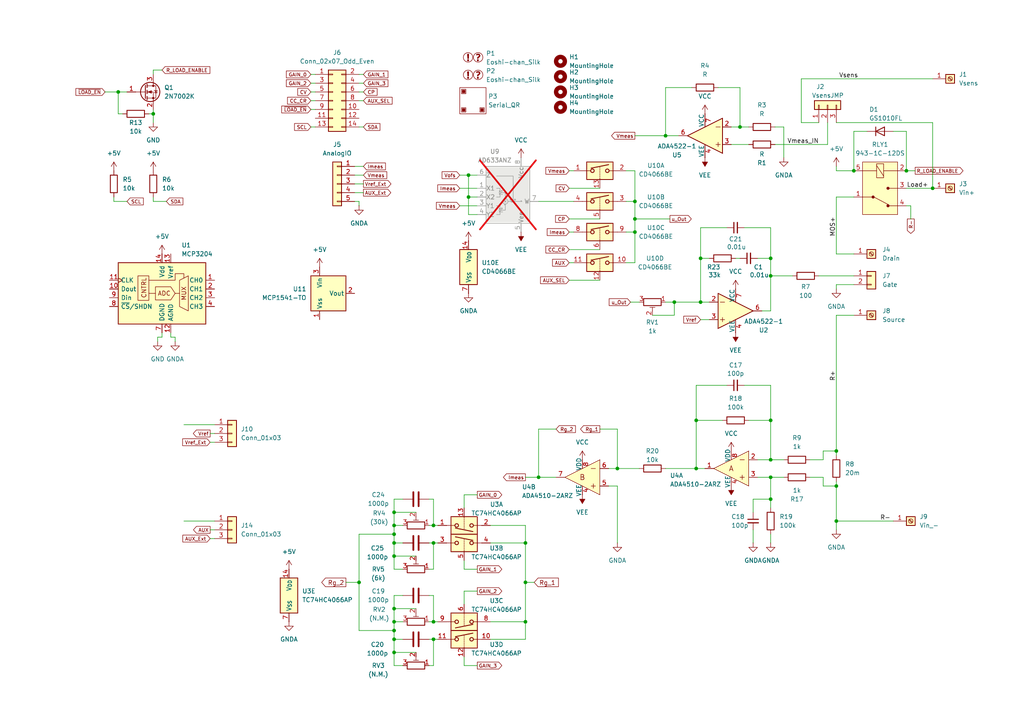
<source format=kicad_sch>
(kicad_sch (version 20250114) (generator "eeschema") (generator_version "9.0")
  (paper "A4")
  (text "OPアンプのパスコン" (at -71.628 109.22 0) (effects (font (size 1.27 1.27)) (justify left bottom)))
  (text "OPアンプのパスコン" (at -43.18 109.22 0) (effects (font (size 1.27 1.27)) (justify right bottom)))
  (text "4066のパスコン" (at -13.97 109.22 0) (effects (font (size 1.27 1.27)) (justify right bottom)))
  (text "OPアンプのパスコン" (at -27.94 109.22 0) (effects (font (size 1.27 1.27)) (justify right bottom)))
  (junction (at 242.57 151.13))
  (junction (at 135.89 57.15))
  (junction (at 242.57 130.81))
  (junction (at 247.65 49.53))
  (junction (at 152.4 180.34))
  (junction (at 203.2 87.63))
  (junction (at 125.73 185.42))
  (junction (at 262.89 49.53))
  (junction (at 223.52 121.92))
  (junction (at 223.52 138.43))
  (junction (at 184.15 58.42))
  (junction (at 44.45 33.02))
  (junction (at 125.73 180.34))
  (junction (at 214.63 36.83))
  (junction (at 114.3 148.59))
  (junction (at 223.52 144.78))
  (junction (at 104.14 168.91))
  (junction (at 179.07 135.89))
  (junction (at 193.04 39.37))
  (junction (at 201.93 135.89))
  (junction (at 152.4 157.48))
  (junction (at 125.73 152.4))
  (junction (at 223.52 133.35))
  (junction (at 223.52 74.93))
  (junction (at 203.2 74.93))
  (junction (at 184.15 63.5))
  (junction (at 114.3 176.53))
  (junction (at 201.93 121.92))
  (junction (at 114.3 185.42))
  (junction (at 125.73 157.48))
  (junction (at 34.29 26.67))
  (junction (at 114.3 152.4))
  (junction (at 184.15 67.31))
  (junction (at 114.3 180.34))
  (junction (at 152.4 168.91))
  (junction (at 195.58 87.63))
  (junction (at 114.3 182.88))
  (junction (at 114.3 189.23))
  (junction (at 270.51 54.61))
  (junction (at 223.52 80.01))
  (junction (at 242.57 140.97))
  (junction (at 156.21 138.43))
  (junction (at 114.3 157.48))
  (junction (at 114.3 161.29))
  (junction (at 135.89 50.8))
  (junction (at 114.3 154.94))
  (wire (pts (xy 262.89 59.69) (xy 264.16 59.69)))
  (wire (pts (xy 165.1 49.53) (xy 166.37 49.53)))
  (wire (pts (xy 114.3 154.94) (xy 104.14 154.94)))
  (wire (pts (xy 238.76 130.81) (xy 242.57 130.81)))
  (wire (pts (xy 242.57 140.97) (xy 242.57 151.13)))
  (wire (pts (xy 223.52 66.04) (xy 215.9 66.04)))
  (wire (pts (xy 210.82 111.76) (xy 201.93 111.76)))
  (wire (pts (xy 184.15 63.5) (xy 184.15 67.31)))
  (wire (pts (xy 127 152.4) (xy 125.73 152.4)))
  (wire (pts (xy -62.23 116.84) (xy -62.23 118.11)))
  (wire (pts (xy 224.79 41.91) (xy 240.03 41.91)))
  (polyline (pts (xy -58.42 109.22) (xy -58.42 132.08)) (stroke (width 0) (type dash)))
  (wire (pts (xy 134.62 193.04) (xy 134.62 190.5)))
  (wire (pts (xy 223.52 133.35) (xy 227.33 133.35)))
  (wire (pts (xy 114.3 144.78) (xy 114.3 148.59)))
  (wire (pts (xy 242.57 73.66) (xy 247.65 73.66)))
  (wire (pts (xy 232.41 22.86) (xy 232.41 35.56)))
  (wire (pts (xy 114.3 189.23) (xy 114.3 193.04)))
  (polyline (pts (xy -80.01 109.22) (xy -58.42 109.22)) (stroke (width 0) (type dash)))
  (wire (pts (xy 264.16 59.69) (xy 264.16 63.5)))
  (wire (pts (xy 242.57 82.55) (xy 242.57 83.82)))
  (wire (pts (xy 220.98 90.17) (xy 223.52 90.17)))
  (wire (pts (xy 223.52 138.43) (xy 227.33 138.43)))
  (wire (pts (xy 104.14 21.59) (xy 105.41 21.59)))
  (wire (pts (xy 223.52 74.93) (xy 223.52 80.01)))
  (wire (pts (xy 242.57 130.81) (xy 242.57 132.08)))
  (wire (pts (xy -34.29 151.13) (xy -34.29 153.67)))
  (wire (pts (xy 114.3 182.88) (xy 114.3 185.42)))
  (wire (pts (xy 125.73 185.42) (xy 125.73 193.04)))
  (wire (pts (xy 49.53 97.79) (xy 50.8 97.79)))
  (wire (pts (xy 161.29 124.46) (xy 156.21 124.46)))
  (wire (pts (xy 60.96 153.67) (xy 62.23 153.67)))
  (wire (pts (xy -48.26 116.84) (xy -48.26 118.11)))
  (wire (pts (xy 152.4 168.91) (xy 152.4 157.48)))
  (wire (pts (xy 152.4 157.48) (xy 152.4 152.4)))
  (polyline (pts (xy -26.67 132.08) (xy -26.67 109.22)) (stroke (width 0) (type dash)))
  (wire (pts (xy 238.76 138.43) (xy 238.76 140.97)))
  (wire (pts (xy 219.71 133.35) (xy 223.52 133.35)))
  (wire (pts (xy 201.93 121.92) (xy 201.93 135.89)))
  (wire (pts (xy 116.84 180.34) (xy 114.3 180.34)))
  (wire (pts (xy 120.65 189.23) (xy 114.3 189.23)))
  (wire (pts (xy 176.53 135.89) (xy 179.07 135.89)))
  (wire (pts (xy 127 157.48) (xy 125.73 157.48)))
  (wire (pts (xy 134.62 143.51) (xy 134.62 147.32)))
  (polyline (pts (xy -26.67 109.22) (xy -13.97 109.22)) (stroke (width 0) (type dash)))
  (wire (pts (xy 179.07 135.89) (xy 185.42 135.89)))
  (wire (pts (xy 53.34 151.13) (xy 62.23 151.13)))
  (wire (pts (xy 116.84 165.1) (xy 114.3 165.1)))
  (wire (pts (xy 53.34 123.19) (xy 62.23 123.19)))
  (wire (pts (xy 114.3 176.53) (xy 114.3 180.34)))
  (wire (pts (xy 189.23 91.44) (xy 195.58 91.44)))
  (wire (pts (xy 176.53 140.97) (xy 179.07 140.97)))
  (wire (pts (xy 90.17 29.21) (xy 91.44 29.21)))
  (wire (pts (xy 125.73 144.78) (xy 125.73 152.4)))
  (wire (pts (xy 242.57 49.53) (xy 247.65 49.53)))
  (wire (pts (xy 223.52 80.01) (xy 223.52 90.17)))
  (wire (pts (xy 60.96 156.21) (xy 62.23 156.21)))
  (wire (pts (xy 152.4 180.34) (xy 152.4 168.91)))
  (wire (pts (xy -44.45 151.13) (xy -44.45 153.67)))
  (wire (pts (xy 49.53 96.52) (xy 49.53 97.79)))
  (wire (pts (xy 133.35 50.8) (xy 135.89 50.8)))
  (wire (pts (xy 46.99 20.32) (xy 44.45 20.32)))
  (wire (pts (xy 212.09 36.83) (xy 214.63 36.83)))
  (wire (pts (xy 156.21 138.43) (xy 161.29 138.43)))
  (wire (pts (xy 247.65 57.15) (xy 242.57 57.15)))
  (wire (pts (xy 213.36 74.93) (xy 214.63 74.93)))
  (polyline (pts (xy -57.15 109.22) (xy -43.18 109.22)) (stroke (width 0) (type dash)))
  (wire (pts (xy 184.15 58.42) (xy 184.15 63.5)))
  (wire (pts (xy 203.2 74.93) (xy 203.2 87.63)))
  (wire (pts (xy 181.61 49.53) (xy 184.15 49.53)))
  (wire (pts (xy 223.52 80.01) (xy 229.87 80.01)))
  (wire (pts (xy -72.39 123.19) (xy -72.39 124.46)))
  (wire (pts (xy 138.43 165.1) (xy 134.62 165.1)))
  (wire (pts (xy -17.78 116.84) (xy -17.78 118.11)))
  (wire (pts (xy 152.4 138.43) (xy 156.21 138.43)))
  (wire (pts (xy 217.17 121.92) (xy 223.52 121.92)))
  (wire (pts (xy 195.58 87.63) (xy 203.2 87.63)))
  (wire (pts (xy 90.17 24.13) (xy 91.44 24.13)))
  (wire (pts (xy 193.04 87.63) (xy 195.58 87.63)))
  (wire (pts (xy 247.65 82.55) (xy 242.57 82.55)))
  (polyline (pts (xy -43.18 132.08) (xy -57.15 132.08)) (stroke (width 0) (type dash)))
  (wire (pts (xy 114.3 157.48) (xy 114.3 161.29)))
  (wire (pts (xy 127 180.34) (xy 125.73 180.34)))
  (wire (pts (xy 184.15 39.37) (xy 193.04 39.37)))
  (wire (pts (xy 165.1 63.5) (xy 173.99 63.5)))
  (wire (pts (xy 232.41 35.56) (xy 237.49 35.56)))
  (wire (pts (xy 104.14 58.42) (xy 102.87 58.42)))
  (wire (pts (xy 251.46 38.1) (xy 247.65 38.1)))
  (wire (pts (xy -33.02 123.19) (xy -33.02 124.46)))
  (wire (pts (xy 125.73 172.72) (xy 125.73 180.34)))
  (polyline (pts (xy -80.01 132.08) (xy -80.01 109.22)) (stroke (width 0) (type dash)))
  (wire (pts (xy 184.15 49.53) (xy 184.15 58.42)))
  (wire (pts (xy 133.35 59.69) (xy 138.43 59.69)))
  (wire (pts (xy 46.99 96.52) (xy 46.99 97.79)))
  (wire (pts (xy 152.4 185.42) (xy 152.4 180.34)))
  (wire (pts (xy 50.8 97.79) (xy 50.8 99.06)))
  (wire (pts (xy 219.71 138.43) (xy 223.52 138.43)))
  (wire (pts (xy 242.57 139.7) (xy 242.57 140.97)))
  (wire (pts (xy 104.14 26.67) (xy 105.41 26.67)))
  (wire (pts (xy 138.43 57.15) (xy 135.89 57.15)))
  (wire (pts (xy 240.03 41.91) (xy 240.03 35.56)))
  (wire (pts (xy 179.07 135.89) (xy 179.07 124.46)))
  (wire (pts (xy 242.57 91.44) (xy 242.57 130.81)))
  (wire (pts (xy 270.51 35.56) (xy 270.51 54.61)))
  (wire (pts (xy 242.57 151.13) (xy 242.57 153.67)))
  (wire (pts (xy 120.65 161.29) (xy 114.3 161.29)))
  (wire (pts (xy 179.07 140.97) (xy 179.07 157.48)))
  (wire (pts (xy 223.52 111.76) (xy 223.52 121.92)))
  (wire (pts (xy 116.84 144.78) (xy 114.3 144.78)))
  (wire (pts (xy 227.33 45.72) (xy 227.33 36.83)))
  (wire (pts (xy 114.3 154.94) (xy 114.3 157.48)))
  (wire (pts (xy 208.28 25.4) (xy 214.63 25.4)))
  (wire (pts (xy 218.44 153.67) (xy 218.44 157.48)))
  (wire (pts (xy 138.43 171.45) (xy 134.62 171.45)))
  (wire (pts (xy 181.61 58.42) (xy 184.15 58.42)))
  (wire (pts (xy 116.84 185.42) (xy 114.3 185.42)))
  (wire (pts (xy 60.96 128.27) (xy 62.23 128.27)))
  (wire (pts (xy 116.84 152.4) (xy 114.3 152.4)))
  (wire (pts (xy 135.89 62.23) (xy 135.89 57.15)))
  (wire (pts (xy 124.46 185.42) (xy 125.73 185.42)))
  (wire (pts (xy 114.3 161.29) (xy 114.3 165.1)))
  (wire (pts (xy 238.76 140.97) (xy 242.57 140.97)))
  (wire (pts (xy 133.35 54.61) (xy 138.43 54.61)))
  (polyline (pts (xy -41.91 109.22) (xy -27.94 109.22)) (stroke (width 0) (type dash)))
  (wire (pts (xy 214.63 25.4) (xy 214.63 36.83)))
  (wire (pts (xy 43.18 33.02) (xy 44.45 33.02)))
  (wire (pts (xy 44.45 33.02) (xy 44.45 35.56)))
  (wire (pts (xy 142.24 185.42) (xy 152.4 185.42)))
  (wire (pts (xy 234.95 133.35) (xy 238.76 133.35)))
  (wire (pts (xy 90.17 36.83) (xy 91.44 36.83)))
  (wire (pts (xy 262.89 49.53) (xy 262.89 38.1)))
  (wire (pts (xy 182.88 87.63) (xy 185.42 87.63)))
  (wire (pts (xy 193.04 25.4) (xy 200.66 25.4)))
  (wire (pts (xy 114.3 172.72) (xy 114.3 176.53)))
  (wire (pts (xy 138.43 193.04) (xy 134.62 193.04)))
  (wire (pts (xy 242.57 151.13) (xy 259.08 151.13)))
  (wire (pts (xy 125.73 165.1) (xy 124.46 165.1)))
  (wire (pts (xy 223.52 144.78) (xy 223.52 147.32)))
  (wire (pts (xy 238.76 133.35) (xy 238.76 130.81)))
  (wire (pts (xy 237.49 80.01) (xy 247.65 80.01)))
  (wire (pts (xy 215.9 111.76) (xy 223.52 111.76)))
  (wire (pts (xy 44.45 31.75) (xy 44.45 33.02)))
  (wire (pts (xy 45.72 97.79) (xy 45.72 99.06)))
  (wire (pts (xy 46.99 97.79) (xy 45.72 97.79)))
  (wire (pts (xy 154.94 168.91) (xy 152.4 168.91)))
  (wire (pts (xy 165.1 67.31) (xy 166.37 67.31)))
  (wire (pts (xy 196.85 39.37) (xy 193.04 39.37)))
  (wire (pts (xy -62.23 123.19) (xy -62.23 124.46)))
  (wire (pts (xy 193.04 135.89) (xy 201.93 135.89)))
  (wire (pts (xy 165.1 72.39) (xy 173.99 72.39)))
  (wire (pts (xy 114.3 182.88) (xy 104.14 182.88)))
  (wire (pts (xy 173.99 124.46) (xy 179.07 124.46)))
  (wire (pts (xy 223.52 121.92) (xy 223.52 133.35)))
  (wire (pts (xy 90.17 26.67) (xy 91.44 26.67)))
  (wire (pts (xy 125.73 157.48) (xy 125.73 165.1)))
  (wire (pts (xy 116.84 157.48) (xy 114.3 157.48)))
  (wire (pts (xy 234.95 138.43) (xy 238.76 138.43)))
  (polyline (pts (xy -43.18 109.22) (xy -43.18 132.08)) (stroke (width 0) (type dash)))
  (wire (pts (xy 142.24 157.48) (xy 152.4 157.48)))
  (wire (pts (xy -33.02 116.84) (xy -33.02 118.11)))
  (wire (pts (xy 124.46 157.48) (xy 125.73 157.48)))
  (wire (pts (xy 125.73 193.04) (xy 124.46 193.04)))
  (wire (pts (xy 165.1 54.61) (xy 173.99 54.61)))
  (wire (pts (xy 209.55 121.92) (xy 201.93 121.92)))
  (wire (pts (xy 203.2 66.04) (xy 203.2 74.93)))
  (polyline (pts (xy -41.91 132.08) (xy -41.91 109.22)) (stroke (width 0) (type dash)))
  (wire (pts (xy 242.57 35.56) (xy 270.51 35.56)))
  (wire (pts (xy 152.4 152.4) (xy 142.24 152.4)))
  (polyline (pts (xy -13.97 109.22) (xy -13.97 132.08)) (stroke (width 0) (type dash)))
  (wire (pts (xy 30.48 26.67) (xy 34.29 26.67)))
  (wire (pts (xy 102.87 55.88) (xy 105.41 55.88)))
  (wire (pts (xy 181.61 67.31) (xy 184.15 67.31)))
  (wire (pts (xy 120.65 148.59) (xy 114.3 148.59)))
  (wire (pts (xy 102.87 53.34) (xy 105.41 53.34)))
  (wire (pts (xy 242.57 91.44) (xy 247.65 91.44)))
  (wire (pts (xy 104.14 36.83) (xy 105.41 36.83)))
  (wire (pts (xy 120.65 176.53) (xy 114.3 176.53)))
  (wire (pts (xy 223.52 138.43) (xy 223.52 144.78)))
  (wire (pts (xy 214.63 36.83) (xy 217.17 36.83)))
  (wire (pts (xy 193.04 39.37) (xy 193.04 25.4)))
  (wire (pts (xy 138.43 62.23) (xy 135.89 62.23)))
  (wire (pts (xy 116.84 193.04) (xy 114.3 193.04)))
  (wire (pts (xy 201.93 135.89) (xy 204.47 135.89)))
  (wire (pts (xy 35.56 33.02) (xy 34.29 33.02)))
  (wire (pts (xy 34.29 26.67) (xy 34.29 33.02)))
  (wire (pts (xy 138.43 143.51) (xy 134.62 143.51)))
  (wire (pts (xy 270.51 22.86) (xy 232.41 22.86)))
  (wire (pts (xy -72.39 116.84) (xy -72.39 118.11)))
  (wire (pts (xy 219.71 74.93) (xy 223.52 74.93)))
  (wire (pts (xy 127 185.42) (xy 125.73 185.42)))
  (wire (pts (xy 242.57 48.26) (xy 242.57 49.53)))
  (polyline (pts (xy -13.97 132.08) (xy -26.67 132.08)) (stroke (width 0) (type dash)))
  (wire (pts (xy 44.45 20.32) (xy 44.45 21.59)))
  (polyline (pts (xy -58.42 132.08) (xy -80.01 132.08)) (stroke (width 0) (type dash)))
  (wire (pts (xy 104.14 168.91) (xy 104.14 182.88)))
  (wire (pts (xy 203.2 87.63) (xy 205.74 87.63)))
  (wire (pts (xy -17.78 123.19) (xy -17.78 124.46)))
  (wire (pts (xy 114.3 148.59) (xy 114.3 152.4)))
  (wire (pts (xy 195.58 87.63) (xy 195.58 91.44)))
  (wire (pts (xy 44.45 57.15) (xy 44.45 58.42)))
  (wire (pts (xy 135.89 57.15) (xy 135.89 50.8)))
  (wire (pts (xy 203.2 92.71) (xy 205.74 92.71)))
  (wire (pts (xy 165.1 76.2) (xy 166.37 76.2)))
  (wire (pts (xy 114.3 152.4) (xy 114.3 154.94)))
  (wire (pts (xy -39.37 151.13) (xy -39.37 153.67)))
  (wire (pts (xy 104.14 168.91) (xy 100.33 168.91)))
  (wire (pts (xy 223.52 66.04) (xy 223.52 74.93)))
  (wire (pts (xy 218.44 144.78) (xy 223.52 144.78)))
  (wire (pts (xy 142.24 180.34) (xy 152.4 180.34)))
  (wire (pts (xy -48.26 123.19) (xy -48.26 124.46)))
  (wire (pts (xy 114.3 180.34) (xy 114.3 182.88)))
  (wire (pts (xy 124.46 144.78) (xy 125.73 144.78)))
  (wire (pts (xy 116.84 172.72) (xy 114.3 172.72)))
  (wire (pts (xy 102.87 50.8) (xy 105.41 50.8)))
  (wire (pts (xy 156.21 124.46) (xy 156.21 138.43)))
  (wire (pts (xy 227.33 36.83) (xy 224.79 36.83)))
  (wire (pts (xy 44.45 58.42) (xy 48.26 58.42)))
  (wire (pts (xy 201.93 111.76) (xy 201.93 121.92)))
  (wire (pts (xy 203.2 74.93) (xy 205.74 74.93)))
  (wire (pts (xy 104.14 59.69) (xy 104.14 58.42)))
  (wire (pts (xy 33.02 57.15) (xy 33.02 58.42)))
  (wire (pts (xy 184.15 67.31) (xy 184.15 76.2)))
  (wire (pts (xy 210.82 66.04) (xy 203.2 66.04)))
  (wire (pts (xy 247.65 38.1) (xy 247.65 49.53)))
  (wire (pts (xy 104.14 154.94) (xy 104.14 168.91)))
  (wire (pts (xy 184.15 76.2) (xy 181.61 76.2)))
  (wire (pts (xy 135.89 50.8) (xy 138.43 50.8)))
  (wire (pts (xy 114.3 185.42) (xy 114.3 189.23)))
  (wire (pts (xy -49.53 166.37) (xy -49.53 170.18)))
  (wire (pts (xy 156.21 58.42) (xy 166.37 58.42)))
  (wire (pts (xy -49.53 151.13) (xy -49.53 153.67)))
  (wire (pts (xy 60.96 125.73) (xy 62.23 125.73)))
  (wire (pts (xy 104.14 29.21) (xy 105.41 29.21)))
  (wire (pts (xy 165.1 81.28) (xy 173.99 81.28)))
  (wire (pts (xy 105.41 48.26) (xy 102.87 48.26)))
  (wire (pts (xy 34.29 26.67) (xy 36.83 26.67)))
  (polyline (pts (xy -27.94 109.22) (xy -27.94 132.08)) (stroke (width 0) (type dash)))
  (wire (pts (xy 134.62 165.1) (xy 134.62 162.56)))
  (wire (pts (xy 270.51 54.61) (xy 262.89 54.61)))
  (polyline (pts (xy -57.15 132.08) (xy -57.15 109.22)) (stroke (width 0) (type dash)))
  (wire (pts (xy 33.02 58.42) (xy 36.83 58.42)))
  (wire (pts (xy 125.73 180.34) (xy 124.46 180.34)))
  (wire (pts (xy 259.08 38.1) (xy 262.89 38.1)))
  (wire (pts (xy 223.52 154.94) (xy 223.52 157.48)))
  (wire (pts (xy 218.44 148.59) (xy 218.44 144.78)))
  (wire (pts (xy 262.89 49.53) (xy 265.43 49.53)))
  (wire (pts (xy 104.14 24.13) (xy 105.41 24.13)))
  (wire (pts (xy 90.17 21.59) (xy 91.44 21.59)))
  (wire (pts (xy 124.46 172.72) (xy 125.73 172.72)))
  (wire (pts (xy 134.62 171.45) (xy 134.62 175.26)))
  (wire (pts (xy 125.73 152.4) (xy 124.46 152.4)))
  (polyline (pts (xy -27.94 132.08) (xy -41.91 132.08)) (stroke (width 0) (type dash)))
  (wire (pts (xy 184.15 63.5) (xy 194.31 63.5)))
  (wire (pts (xy 212.09 41.91) (xy 217.17 41.91)))
  (wire (pts (xy 90.17 31.75) (xy 91.44 31.75)))
  (wire (pts (xy 242.57 57.15) (xy 242.57 73.66)))
  (label "MOS+" (at 242.57 68.58 90))
  (label "Vmeas_IN" (at 237.49 41.91 180))
  (label "R+" (at 242.57 110.49 90))
  (label "Load+" (at 269.24 54.61 180))
  (label "Vsens" (at 248.92 22.86 180))
  (label "R-" (at 255.27 151.13 0))
  (global_label "SDA" (shape input) (at 48.26 58.42 0) (effects (font (size 1.016 1.016))) (property "Intersheetrefs" "${INTERSHEET_REFS}" (effects (hide yes))))
  (global_label "Vref_Ext" (shape output) (at 105.41 53.34 0) (effects (font (size 1.016 1.016))) (property "Intersheetrefs" "${INTERSHEET_REFS}" (effects (hide yes))))
  (global_label "AUX_Ext" (shape input) (at 60.96 156.21 180) (effects (font (size 1.016 1.016))) (property "Intersheetrefs" "${INTERSHEET_REFS}" (effects (hide yes))))
  (global_label "u_Out" (shape output) (at 194.31 63.5 0) (effects (font (size 1.016 1.016))) (property "Intersheetrefs" "${INTERSHEET_REFS}" (effects (hide yes))))
  (global_label "Imeas" (shape output) (at 152.4 138.43 180) (effects (font (size 1.016 1.016))) (property "Intersheetrefs" "${INTERSHEET_REFS}" (effects (hide yes))))
  (global_label "GAIN_2" (shape input) (at 90.17 24.13 180) (effects (font (size 1.016 1.016))) (property "Intersheetrefs" "${INTERSHEET_REFS}" (effects (hide yes))))
  (global_label "Imeas" (shape input) (at 105.41 48.26 0) (effects (font (size 1.016 1.016))) (property "Intersheetrefs" "${INTERSHEET_REFS}" (effects (hide yes))))
  (global_label "Vref_Ext" (shape input) (at 60.96 128.27 180) (effects (font (size 1.016 1.016))) (property "Intersheetrefs" "${INTERSHEET_REFS}" (effects (hide yes))))
  (global_label "CC_CR" (shape input) (at 90.17 29.21 180) (effects (font (size 1.016 1.016))) (property "Intersheetrefs" "${INTERSHEET_REFS}" (effects (hide yes))))
  (global_label "Rg_2" (shape output) (at 100.33 168.91 180) (property "Intersheetrefs" "${INTERSHEET_REFS}" (effects (hide yes))))
  (global_label "AUX" (shape output) (at 60.96 153.67 180) (effects (font (size 1.016 1.016))) (property "Intersheetrefs" "${INTERSHEET_REFS}" (effects (hide yes))))
  (global_label "AUX_SEL" (shape input) (at 165.1 81.28 180) (effects (font (size 1.016 1.016))) (property "Intersheetrefs" "${INTERSHEET_REFS}" (effects (hide yes))))
  (global_label "SDA" (shape input) (at 105.41 36.83 0) (effects (font (size 1.016 1.016))) (property "Intersheetrefs" "${INTERSHEET_REFS}" (effects (hide yes))))
  (global_label "Vmeas" (shape input) (at 165.1 49.53 180) (effects (font (size 1.016 1.016))) (property "Intersheetrefs" "${INTERSHEET_REFS}" (effects (hide yes))))
  (global_label "Vofs" (shape input) (at 133.35 50.8 180) (effects (font (size 1.016 1.016))) (property "Intersheetrefs" "${INTERSHEET_REFS}" (effects (hide yes))))
  (global_label "SCL" (shape input) (at 36.83 58.42 0) (effects (font (size 1.016 1.016))) (property "Intersheetrefs" "${INTERSHEET_REFS}" (effects (hide yes))))
  (global_label "CV" (shape input) (at 165.1 54.61 180) (effects (font (size 1.016 1.016))) (property "Intersheetrefs" "${INTERSHEET_REFS}" (effects (hide yes))))
  (global_label "GAIN_1" (shape output) (at 138.43 165.1 0) (effects (font (size 1.016 1.016))) (property "Intersheetrefs" "${INTERSHEET_REFS}" (effects (hide yes))))
  (global_label "Rg_1" (shape output) (at 173.99 124.46 180) (effects (font (size 1.016 1.016))) (property "Intersheetrefs" "${INTERSHEET_REFS}" (effects (hide yes))))
  (global_label "GAIN_3" (shape output) (at 138.43 193.04 0) (effects (font (size 1.016 1.016))) (property "Intersheetrefs" "${INTERSHEET_REFS}" (effects (hide yes))))
  (global_label "GAIN_1" (shape input) (at 105.41 21.59 0) (effects (font (size 1.016 1.016))) (property "Intersheetrefs" "${INTERSHEET_REFS}" (effects (hide yes))))
  (global_label "Imeas" (shape input) (at 165.1 67.31 180) (effects (font (size 1.016 1.016))) (property "Intersheetrefs" "${INTERSHEET_REFS}" (effects (hide yes))))
  (global_label "CC_CR" (shape input) (at 165.1 72.39 180) (effects (font (size 1.016 1.016))) (property "Intersheetrefs" "${INTERSHEET_REFS}" (effects (hide yes))))
  (global_label "CV" (shape input) (at 90.17 26.67 180) (effects (font (size 1.016 1.016))) (property "Intersheetrefs" "${INTERSHEET_REFS}" (effects (hide yes))))
  (global_label "Vmeas" (shape input) (at 105.41 50.8 0) (effects (font (size 1.016 1.016))) (property "Intersheetrefs" "${INTERSHEET_REFS}" (effects (hide yes))))
  (global_label "Vmeas" (shape input) (at 133.35 59.69 180) (effects (font (size 1.016 1.016))) (property "Intersheetrefs" "${INTERSHEET_REFS}" (effects (hide yes))))
  (global_label "AUX_SEL" (shape input) (at 105.41 29.21 0) (effects (font (size 1.016 1.016))) (property "Intersheetrefs" "${INTERSHEET_REFS}" (effects (hide yes))))
  (global_label "Rg_2" (shape input) (at 161.29 124.46 0) (effects (font (size 1.016 1.016))) (property "Intersheetrefs" "${INTERSHEET_REFS}" (effects (hide yes))))
  (global_label "CP" (shape input) (at 165.1 63.5 180) (effects (font (size 1.016 1.016))) (property "Intersheetrefs" "${INTERSHEET_REFS}" (effects (hide yes))))
  (global_label "SCL" (shape input) (at 90.17 36.83 180) (effects (font (size 1.016 1.016))) (property "Intersheetrefs" "${INTERSHEET_REFS}" (effects (hide yes))))
  (global_label "GAIN_3" (shape input) (at 105.41 24.13 0) (effects (font (size 1.016 1.016))) (property "Intersheetrefs" "${INTERSHEET_REFS}" (effects (hide yes))))
  (global_label "AUX_Ext" (shape output) (at 105.41 55.88 0) (effects (font (size 1.016 1.016))) (property "Intersheetrefs" "${INTERSHEET_REFS}" (effects (hide yes))))
  (global_label "Vmeas" (shape output) (at 184.15 39.37 180) (effects (font (size 1.016 1.016))) (property "Intersheetrefs" "${INTERSHEET_REFS}" (effects (hide yes))))
  (global_label "CP" (shape input) (at 105.41 26.67 0) (effects (font (size 1.016 1.016))) (property "Intersheetrefs" "${INTERSHEET_REFS}" (effects (hide yes))))
  (global_label "GAIN_0" (shape input) (at 90.17 21.59 180) (effects (font (size 1.016 1.016))) (property "Intersheetrefs" "${INTERSHEET_REFS}" (effects (hide yes))))
  (global_label "Vref" (shape input) (at 203.2 92.71 180) (effects (font (size 1.016 1.016))) (property "Intersheetrefs" "${INTERSHEET_REFS}" (effects (hide yes))))
  (global_label "Rg_1" (shape input) (at 154.94 168.91 0) (property "Intersheetrefs" "${INTERSHEET_REFS}" (effects (hide yes))))
  (global_label "GAIN_2" (shape output) (at 138.43 171.45 0) (effects (font (size 1.016 1.016))) (property "Intersheetrefs" "${INTERSHEET_REFS}" (effects (hide yes))))
  (global_label "~{LOAD_EN}" (shape input) (at 30.48 26.67 180) (effects (font (size 1.016 1.016))) (property "Intersheetrefs" "${INTERSHEET_REFS}" (effects (hide yes))))
  (global_label "~{LOAD_EN}" (shape input) (at 90.17 31.75 180) (effects (font (size 1.016 1.016))) (property "Intersheetrefs" "${INTERSHEET_REFS}" (effects (hide yes))))
  (global_label "GAIN_0" (shape output) (at 138.43 143.51 0) (effects (font (size 1.016 1.016))) (property "Intersheetrefs" "${INTERSHEET_REFS}" (effects (hide yes))))
  (global_label "Vref" (shape output) (at 60.96 125.73 180) (effects (font (size 1.016 1.016))) (property "Intersheetrefs" "${INTERSHEET_REFS}" (effects (hide yes))))
  (global_label "u_Out" (shape input) (at 182.88 87.63 180) (effects (font (size 1.016 1.016))) (property "Intersheetrefs" "${INTERSHEET_REFS}" (effects (hide yes))))
  (global_label "R-" (shape output) (at 264.16 63.5 270) (effects (font (size 1.016 1.016))) (property "Intersheetrefs" "${INTERSHEET_REFS}" (effects (hide yes))))
  (global_label "AUX" (shape input) (at 165.1 76.2 180) (effects (font (size 1.016 1.016))) (property "Intersheetrefs" "${INTERSHEET_REFS}" (effects (hide yes))))
  (global_label "Imeas" (shape input) (at 133.35 54.61 180) (effects (font (size 1.016 1.016))) (property "Intersheetrefs" "${INTERSHEET_REFS}" (effects (hide yes))))
  (global_label "R_LOAD_ENABLE" (shape input) (at 46.99 20.32 0) (effects (font (size 1.016 1.016))) (property "Intersheetrefs" "${INTERSHEET_REFS}" (effects (hide yes))))
  (global_label "R_LOAD_ENABLE" (shape output) (at 265.43 49.53 0) (effects (font (size 1.016 1.016))) (property "Intersheetrefs" "${INTERSHEET_REFS}" (effects (hide yes))))
  (hierarchical_label "DVcc" (shape output) (at -34.29 153.67 270))
  (hierarchical_label "+12V" (shape output) (at -49.53 153.67 270))
  (hierarchical_label "AVee" (shape output) (at -39.37 153.67 270))
  (hierarchical_label "GND" (shape output) (at -49.53 166.37 90))
  (hierarchical_label "AVcc" (shape output) (at -44.45 153.67 270))
  (symbol (lib_id "Device:C") (at 120.65 157.48 270) (mirror x) (unit 1)
    (property "Reference" "C25" (at 109.474 159.004 90))
    (property "Value" "1000p" (at 109.474 161.544 90))
    (property "Description" "Unpolarized capacitor" (effects (hide yes)))
  )
  (symbol (lib_name "VCC_1") (lib_id "power:VCC") (at 204.47 33.02 0) (unit 1)
    (property "Reference" "#PWR059" (effects (hide yes)))
    (property "Value" "VCC" (at 204.47 27.94 0))
    (property "Description" "Power symbol creates a global label with name \"VCC\"" (effects (hide yes)))
  )
  (symbol (lib_id "Device:C_Small") (at -17.78 120.65 0) (mirror y) (unit 1)
    (property "Reference" "C6" (at -24.13 119.38 0) (effects (justify right)))
    (property "Value" "0.1u" (at -24.13 121.92 0) (effects (justify right)))
    (property "Footprint" "Capacitor_SMD:C_0603_1608Metric" (effects (hide yes)))
    (property "Akizuki_code" "116143" (effects (hide yes)))
  )
  (symbol (lib_id "Connector:Screw_Terminal_01x01") (at 264.16 151.13 0) (unit 1)
    (property "Reference" "J9" (at 266.7 149.8599 0) (effects (justify left)))
    (property "Value" "Vin_-" (at 266.7 152.3999 0) (effects (justify left)))
    (property "Footprint" "AM_Conn_ScrewTerminal:ScrewTerminal_01x01_PCB-20" (effects (hide yes)))
    (property "Datasheet" "https://akizukidenshi.com/goodsaffix/PCB-20(362)F.pdf" (effects (hide yes)))
    (property "Akizuki_code" "112148" (effects (hide yes)))
  )
  (symbol (lib_id "Device:R_Potentiometer_Trim") (at 120.65 193.04 270) (mirror x) (unit 1)
    (property "Reference" "RV3" (at 109.728 193.04 90))
    (property "Value" "(N.M.)" (at 109.728 195.58 90))
    (property "Footprint" "Potentiometer_THT:Potentiometer_Bourns_3296W_Vertical" (effects (hide yes)))
    (property "Description" "Trim-potentiometer" (effects (hide yes)))
  )
  (symbol (lib_id "Device:C_Small") (at -62.23 120.65 0) (unit 1)
    (property "Reference" "C3" (at -68.58 119.38 0) (effects (justify left)))
    (property "Value" "0.1u" (at -68.58 121.92 0) (effects (justify left)))
    (property "Footprint" "Capacitor_SMD:C_0603_1608Metric" (effects (hide yes)))
    (property "Akizuki_code" "116143" (effects (hide yes)))
  )
  (symbol (lib_id "Analog_Switch:CD4066BE") (at 134.62 157.48 0) (mirror y) (unit 2)
    (property "Reference" "U3" (at 144.018 159.004 0))
    (property "Value" "TC74HC4066AP" (at 144.018 161.544 0))
    (property "Footprint" "Package_DIP:DIP-14_W7.62mm" (effects (hide yes)))
    (property "Datasheet" "https://www.ti.com/lit/ds/symlink/cd4066b.pdf" (effects (hide yes)))
    (property "Description" "Quad 20V analog SPST 1:1 switch, DIP-14" (effects (hide yes)))
  )
  (symbol (lib_id "power:+5V") (at 33.02 49.53 0) (unit 1)
    (property "Reference" "#PWR06" (effects (hide yes)))
    (property "Value" "+5V" (at 33.02 44.45 0))
    (property "Description" "Power symbol creates a global label with name \"+5V\"" (effects (hide yes)))
  )
  (symbol (lib_name "VCC_1") (lib_id "power:VCC") (at 151.13 45.72 0) (unit 1)
    (property "Reference" "#PWR065" (effects (hide yes)))
    (property "Value" "VCC" (at 151.13 40.64 0))
    (property "Description" "Power symbol creates a global label with name \"VCC\"" (effects (hide yes)))
  )
  (symbol (lib_id "Akizuki_Relay:Relay_1_C") (at 255.27 54.61 270) (unit 1)
    (property "Reference" "RLY1" (at 255.27 41.91 90))
    (property "Value" "943-1C-12DS" (at 255.27 44.45 90))
    (property "Footprint" "AM_Relay:HSINDA-943_12A-1C_5p" (effects (hide yes)))
    (property "Datasheet" "https://akizukidenshi.com/goodsaffix/943.pdf" (effects (hide yes)))
    (property "Description" "RELAY GEN PURPOSE SPDT 10A 5V" (effects (hide yes)))
    (property "Digi-Key_PN" "Z1011-ND" (effects (hide yes)))
    (property "MPN" "G5LE-14 DC5" (effects (hide yes)))
    (property "Category" "Relays" (effects (hide yes)))
    (property "Family" "Power Relays, Over 2 Amps" (effects (hide yes)))
    (property "DK_Datasheet_Link" "https://omronfs.omron.com/en_US/ecb/products/pdf/en-g5le.pdf" (effects (hide yes)))
    (property "DK_Detail_Page" "/product-detail/en/omron-electronics-inc-emc-div/G5LE-14-DC5/Z1011-ND/280371" (effects (hide yes)))
    (property "Manufacturer" "Omron Electronics Inc-EMC Div" (effects (hide yes)))
    (property "Status" "Active" (effects (hide yes)))
    (property "Akizuki_code" "117418" (effects (hide yes)))
  )
  (symbol (lib_id "power:GND") (at 45.72 99.06 0) (unit 1)
    (property "Reference" "#PWR014" (effects (hide yes)))
    (property "Value" "GND" (at 45.72 104.14 0))
  )
  (symbol (lib_id "Analog_Switch:CD4066BE") (at 173.99 49.53 0) (unit 1)
    (property "Reference" "U10" (at 190.246 48.006 0))
    (property "Value" "CD4066BE" (at 190.246 50.546 0))
    (property "Footprint" "Package_DIP:DIP-14_W7.62mm" (effects (hide yes)))
    (property "Datasheet" "https://www.ti.com/lit/ds/symlink/cd4066b.pdf" (effects (hide yes)))
    (property "Description" "Quad 20V analog SPST 1:1 switch, DIP-14" (effects (hide yes)))
  )
  (symbol (lib_id "power:VEE") (at 151.13 67.31 180) (unit 1)
    (property "Reference" "#PWR066" (effects (hide yes)))
    (property "Value" "VEE" (at 151.13 72.39 0))
    (property "Description" "Power symbol creates a global label with name \"VEE\"" (effects (hide yes)))
  )
  (symbol (lib_id "power:GNDA") (at 223.52 157.48 0) (unit 1)
    (property "Reference" "#PWR016" (effects (hide yes)))
    (property "Value" "GNDA" (at 223.52 162.56 0))
    (property "Description" "Power symbol creates a global label with name \"GNDA\" , analog ground" (effects (hide yes)))
  )
  (symbol (lib_id "Mechanical:MountingHole") (at 162.56 17.78 0) (unit 1) (exclude_from_sim yes) (in_bom no)
    (property "Reference" "H1" (at 165.1 16.5099 0) (effects (justify left)))
    (property "Value" "MountingHole" (at 165.1 19.0499 0) (effects (justify left)))
    (property "Footprint" "MountingHole:MountingHole_3.2mm_M3" (effects (hide yes)))
  )
  (symbol (lib_id "Device:C_Small") (at 213.36 111.76 90) (mirror x) (unit 1)
    (property "Reference" "C17" (at 213.36 105.918 90))
    (property "Value" "100p" (at 213.3537 108.331 90))
    (property "Footprint" "Capacitor_SMD:C_0402_1005Metric" (effects (hide yes)))
    (property "Akizuki_code" "116112" (effects (hide yes)))
  )
  (symbol (lib_id "Device:R") (at 223.52 151.13 180) (unit 1)
    (property "Reference" "R19" (at 226.06 149.8599 0) (effects (justify right)))
    (property "Value" "100k" (at 226.06 152.3999 0) (effects (justify right)))
    (property "Description" "Resistor" (effects (hide yes)))
  )
  (symbol (lib_id "Device:C_Small") (at -48.26 120.65 0) (mirror y) (unit 1)
    (property "Reference" "C4" (at -54.61 119.38 0) (effects (justify right)))
    (property "Value" "0.1u" (at -54.61 121.92 0) (effects (justify right)))
    (property "Footprint" "Capacitor_SMD:C_0603_1608Metric" (effects (hide yes)))
    (property "Akizuki_code" "116143" (effects (hide yes)))
  )
  (symbol (lib_id "AM_Opamp:NJM4580E") (at 212.09 135.89 0) (mirror y) (unit 1)
    (property "Reference" "U4" (at 194.31 137.922 0) (effects (justify right)))
    (property "Value" "ADA4510-2ARZ" (at 194.31 140.462 0) (effects (justify right)))
    (property "Footprint" "Package_SO:SOP-8_3.9x4.9mm_P1.27mm" (effects (hide yes)))
    (property "Datasheet" "https://akizukidenshi.com/goodsaffix/NJM4580_j.pdf" (effects (hide yes)))
    (property "AkizukiCode" "114003" (effects (hide yes)))
  )
  (symbol (lib_id "Device:R_Potentiometer_Trim") (at 120.65 165.1 270) (mirror x) (unit 1)
    (property "Reference" "RV5" (at 109.728 165.1 90))
    (property "Value" "(6k)" (at 109.728 167.64 90))
    (property "Footprint" "Potentiometer_THT:Potentiometer_Bourns_3296W_Vertical" (effects (hide yes)))
    (property "Description" "Trim-potentiometer" (effects (hide yes)))
  )
  (symbol (lib_id "Device:C_Small") (at 213.36 66.04 90) (mirror x) (unit 1)
    (property "Reference" "C21" (at 213.36 69.342 90))
    (property "Value" "0.01u" (at 213.614 71.628 90))
    (property "Footprint" "Capacitor_SMD:C_0402_1005Metric" (effects (hide yes)))
    (property "Akizuki_code" "116112" (effects (hide yes)))
  )
  (symbol (lib_id "Device:C") (at 120.65 185.42 270) (mirror x) (unit 1)
    (property "Reference" "C20" (at 109.474 186.944 90))
    (property "Value" "1000p" (at 109.474 189.484 90))
    (property "Description" "Unpolarized capacitor" (effects (hide yes)))
  )
  (symbol (lib_id "Connector:Screw_Terminal_01x01") (at 252.73 73.66 0) (unit 1)
    (property "Reference" "J4" (at 255.905 72.3899 0) (effects (justify left)))
    (property "Value" "Drain" (at 255.905 74.9299 0) (effects (justify left)))
    (property "Footprint" "AM_Conn_ScrewTerminal:ScrewTerminal_01x01_PCB-20" (effects (hide yes)))
    (property "Datasheet" "https://akizukidenshi.com/goodsaffix/PCB-20(362)F.pdf" (effects (hide yes)))
    (property "Akizuki_code" "112148" (effects (hide yes)))
  )
  (symbol (lib_id "Connector_Generic:Conn_01x02") (at 252.73 80.01 0) (unit 1)
    (property "Reference" "J7" (at 255.905 80.0099 0) (effects (justify left)))
    (property "Value" "Gate" (at 255.905 82.5499 0) (effects (justify left)))
    (property "Footprint" "Connector_JST:JST_XH_B2B-XH-A_1x02_P2.50mm_Vertical" (effects (hide yes)))
    (property "Datasheet" "https://akizukidenshi.com/goodsaffix/xh.pdf" (effects (hide yes)))
    (property "Akizuki_code" "112247" (effects (hide yes)))
  )
  (symbol (lib_name "+12V_1") (lib_id "power:+12V") (at -49.53 151.13 0) (unit 1)
    (property "Reference" "#PWR049" (effects (hide yes)))
    (property "Value" "+12V" (at -49.53 146.05 0))
    (property "Description" "Power symbol creates a global label with name \"+12V\"" (effects (hide yes)))
  )
  (symbol (lib_id "Device:R") (at 231.14 138.43 270) (mirror x) (unit 1)
    (property "Reference" "R17" (at 231.14 144.78 90))
    (property "Value" "1k" (at 231.14 142.24 90))
    (property "Description" "Resistor" (effects (hide yes)))
  )
  (symbol (lib_id "Connector_Generic:Conn_01x03") (at 67.31 153.67 0) (unit 1)
    (property "Reference" "J14" (at 69.85 152.3999 0) (effects (justify left)))
    (property "Value" "Conn_01x03" (at 69.85 154.9399 0) (effects (justify left)))
    (property "Footprint" "Connector_PinHeader_2.54mm:PinHeader_1x03_P2.54mm_Vertical" (effects (hide yes)))
    (property "Description" "Generic connector, single row, 01x03, script generated (kicad-library-utils/schlib/autogen/connector/)" (effects (hide yes)))
  )
  (symbol (lib_id "Device:C_Small") (at 218.44 151.13 0) (mirror y) (unit 1)
    (property "Reference" "C18" (at 212.09 149.86 0) (effects (justify right)))
    (property "Value" "100p" (at 212.09 152.4 0) (effects (justify right)))
    (property "Footprint" "Capacitor_SMD:C_0603_1608Metric" (effects (hide yes)))
    (property "Akizuki_code" "116143" (effects (hide yes)))
  )
  (symbol (lib_id "Device:C_Small") (at -33.02 120.65 0) (mirror y) (unit 1)
    (property "Reference" "C5" (at -39.37 119.38 0) (effects (justify right)))
    (property "Value" "0.1u" (at -39.37 121.92 0) (effects (justify right)))
    (property "Footprint" "Capacitor_SMD:C_0603_1608Metric" (effects (hide yes)))
    (property "Akizuki_code" "116143" (effects (hide yes)))
  )
  (symbol (lib_id "Transistor_FET:2N7002K") (at 41.91 26.67 0) (unit 1)
    (property "Reference" "Q1" (at 47.625 25.3999 0) (effects (justify left)))
    (property "Value" "2N7002K" (at 47.625 27.9399 0) (effects (justify left)))
    (property "Footprint" "Package_TO_SOT_SMD:SOT-23" (effects (hide yes)))
    (property "Datasheet" "https://akizukidenshi.com/goodsaffix/2N7002K.pdf" (effects (hide yes)))
    (property "Akizuki_code" "104256" (effects (hide yes)))
  )
  (symbol (lib_id "AM_Opamp:AD633ANZ") (at 146.05 57.15 0) (unit 1) (dnp yes)
    (property "Reference" "U9" (at 143.51 43.942 0))
    (property "Value" "AD633ANZ" (at 143.51 46.482 0))
    (property "Footprint" "Package_DIP:DIP-8_W7.62mm" (effects (hide yes)))
    (property "Datasheet" "https://akizukidenshi.com/goodsaffix/AD633_jp.pdf" (effects (hide yes)))
  )
  (symbol (lib_id "power:VEE") (at -39.37 151.13 0) (unit 1)
    (property "Reference" "#PWR051" (effects (hide yes)))
    (property "Value" "VEE" (at -39.37 146.05 0))
    (property "Description" "Power symbol creates a global label with name \"VEE\"" (effects (hide yes)))
  )
  (symbol (lib_id "Device:R") (at 231.14 133.35 90) (unit 1)
    (property "Reference" "R9" (at 231.14 127 90))
    (property "Value" "1k" (at 231.14 129.54 90))
    (property "Description" "Resistor" (effects (hide yes)))
  )
  (symbol (lib_name "NJM4580E_1") (lib_id "AM_Opamp:NJM4580E") (at 168.91 138.43 0) (mirror y) (unit 2)
    (property "Reference" "U4" (at 151.384 141.224 0) (effects (justify right)))
    (property "Value" "ADA4510-2ARZ" (at 151.384 143.764 0) (effects (justify right)))
    (property "Footprint" "Package_SO:SOP-8_3.9x4.9mm_P1.27mm" (effects (hide yes)))
    (property "Datasheet" "https://akizukidenshi.com/goodsaffix/NJM4580_j.pdf" (effects (hide yes)))
    (property "AkizukiCode" "114003" (effects (hide yes)))
  )
  (symbol (lib_id "power:VCC") (at -17.78 116.84 0) (mirror y) (unit 1)
    (property "Reference" "#PWR026" (effects (hide yes)))
    (property "Value" "VCC" (at -17.78 111.76 0))
  )
  (symbol (lib_id "power:VCC") (at -62.23 116.84 0) (unit 1)
    (property "Reference" "#PWR023" (effects (hide yes)))
    (property "Value" "VCC" (at -62.23 111.76 0))
  )
  (symbol (lib_id "power:+5V") (at 92.71 77.47 0) (unit 1)
    (property "Reference" "#PWR018" (effects (hide yes)))
    (property "Value" "+5V" (at 92.71 72.39 0))
    (property "Description" "Power symbol creates a global label with name \"+5V\"" (effects (hide yes)))
  )
  (symbol (lib_id "Eoshi-chan:Eoshi-chan_Silk") (at 137.16 21.59 0) (unit 1) (exclude_from_sim yes) (in_bom no)
    (property "Reference" "P2" (at 140.97 20.574 0) (effects (justify left)))
    (property "Value" "Eoshi-chan_Silk" (at 140.97 23.1139 0) (effects (justify left)))
    (property "Footprint" "Eoshi-chan_v2:Eoshi-chan-v2_10x10" (effects (hide yes)))
  )
  (symbol (lib_id "Analog_Switch:CD4066BE") (at 134.62 152.4 0) (mirror x) (unit 1)
    (property "Reference" "U3" (at 144.018 146.304 0))
    (property "Value" "TC74HC4066AP" (at 144.018 148.844 0))
    (property "Footprint" "Package_DIP:DIP-14_W7.62mm" (effects (hide yes)))
    (property "Datasheet" "https://www.ti.com/lit/ds/symlink/cd4066b.pdf" (effects (hide yes)))
    (property "Description" "Quad 20V analog SPST 1:1 switch, DIP-14" (effects (hide yes)))
  )
  (symbol (lib_id "power:GNDA") (at 83.82 180.34 0) (unit 1)
    (property "Reference" "#PWR02" (effects (hide yes)))
    (property "Value" "GNDA" (at 83.82 185.42 0))
    (property "Description" "Power symbol creates a global label with name \"GNDA\" , analog ground" (effects (hide yes)))
  )
  (symbol (lib_id "power:GNDA") (at 50.8 99.06 0) (unit 1)
    (property "Reference" "#PWR015" (effects (hide yes)))
    (property "Value" "GNDA" (at 50.8 104.14 0))
    (property "Description" "Power symbol creates a global label with name \"GNDA\" , analog ground" (effects (hide yes)))
  )
  (symbol (lib_id "Connector_Generic:Conn_01x03") (at 67.31 125.73 0) (unit 1)
    (property "Reference" "J10" (at 69.85 124.4599 0) (effects (justify left)))
    (property "Value" "Conn_01x03" (at 69.85 126.9999 0) (effects (justify left)))
    (property "Footprint" "Connector_PinHeader_2.54mm:PinHeader_1x03_P2.54mm_Vertical" (effects (hide yes)))
    (property "Description" "Generic connector, single row, 01x03, script generated (kicad-library-utils/schlib/autogen/connector/)" (effects (hide yes)))
  )
  (symbol (lib_name "GND_1") (lib_id "power:GND") (at -49.53 170.18 0) (unit 1)
    (property "Reference" "#PWR053" (effects (hide yes)))
    (property "Value" "GND" (at -49.53 175.26 0))
    (property "Description" "Power symbol creates a global label with name \"GND\" , ground" (effects (hide yes)))
  )
  (symbol (lib_id "power:GNDA") (at 242.57 83.82 0) (unit 1)
    (property "Reference" "#PWR020" (effects (hide yes)))
    (property "Value" "GNDA" (at 242.57 88.9 0))
    (property "Description" "Power symbol creates a global label with name \"GNDA\" , analog ground" (effects (hide yes)))
  )
  (symbol (lib_id "Connector_Generic:Conn_01x05") (at 97.79 53.34 0) (mirror y) (unit 1)
    (property "Reference" "J5" (at 97.79 41.91 0))
    (property "Value" "AnalogIO" (at 97.79 44.45 0))
    (property "Footprint" "Connector_JST:JST_XH_B5B-XH-A_1x05_P2.50mm_Vertical" (effects (hide yes)))
    (property "Description" "Generic connector, single row, 01x05, script generated (kicad-library-utils/schlib/autogen/connector/)" (effects (hide yes)))
    (property "Akizuki_code" "112249" (effects (hide yes)))
  )
  (symbol (lib_id "power:VEE") (at 213.36 96.52 180) (unit 1)
    (property "Reference" "#PWR061" (effects (hide yes)))
    (property "Value" "VEE" (at 213.36 101.6 0))
    (property "Description" "Power symbol creates a global label with name \"VEE\"" (effects (hide yes)))
  )
  (symbol (lib_id "power:GND") (at -72.39 124.46 0) (unit 1)
    (property "Reference" "#PWR027" (effects (hide yes)))
    (property "Value" "GND" (at -72.39 129.54 0))
  )
  (symbol (lib_name "VCC_1") (lib_id "power:VCC") (at 212.09 130.81 0) (unit 1)
    (property "Reference" "#PWR058" (effects (hide yes)))
    (property "Value" "VCC" (at 212.09 125.73 0))
    (property "Description" "Power symbol creates a global label with name \"VCC\"" (effects (hide yes)))
  )
  (symbol (lib_id "Device:R_Potentiometer_Trim") (at 120.65 152.4 270) (mirror x) (unit 1)
    (property "Reference" "RV4" (at 109.982 148.844 90))
    (property "Value" "(30k)" (at 109.982 151.384 90))
    (property "Footprint" "Potentiometer_THT:Potentiometer_Bourns_3296W_Vertical" (effects (hide yes)))
    (property "Description" "Trim-potentiometer" (effects (hide yes)))
  )
  (symbol (lib_id "power:VEE") (at 212.09 140.97 180) (unit 1)
    (property "Reference" "#PWR063" (effects (hide yes)))
    (property "Value" "VEE" (at 212.09 146.05 0))
    (property "Description" "Power symbol creates a global label with name \"VEE\"" (effects (hide yes)))
  )
  (symbol (lib_id "Analog_Switch:CD4066BE") (at 173.99 67.31 0) (unit 3)
    (property "Reference" "U10" (at 190.246 66.04 0))
    (property "Value" "CD4066BE" (at 190.246 68.58 0))
    (property "Footprint" "Package_DIP:DIP-14_W7.62mm" (effects (hide yes)))
    (property "Datasheet" "https://www.ti.com/lit/ds/symlink/cd4066b.pdf" (effects (hide yes)))
    (property "Description" "Quad 20V analog SPST 1:1 switch, DIP-14" (effects (hide yes)))
  )
  (symbol (lib_id "power:+5V") (at 242.57 48.26 0) (unit 1)
    (property "Reference" "#PWR03" (effects (hide yes)))
    (property "Value" "+5V" (at 242.57 43.18 0))
    (property "Description" "Power symbol creates a global label with name \"+5V\"" (effects (hide yes)))
  )
  (symbol (lib_id "Connector:Screw_Terminal_01x01") (at 252.73 91.44 0) (unit 1)
    (property "Reference" "J8" (at 255.905 90.1699 0) (effects (justify left)))
    (property "Value" "Source" (at 255.905 92.7099 0) (effects (justify left)))
    (property "Footprint" "AM_Conn_ScrewTerminal:ScrewTerminal_01x01_PCB-20" (effects (hide yes)))
    (property "Datasheet" "https://akizukidenshi.com/goodsaffix/PCB-20(362)F.pdf" (effects (hide yes)))
    (property "Akizuki_code" "112148" (effects (hide yes)))
  )
  (symbol (lib_id "power:GNDA") (at 104.14 59.69 0) (unit 1)
    (property "Reference" "#PWR09" (effects (hide yes)))
    (property "Value" "GNDA" (at 104.14 64.77 0))
    (property "Description" "Power symbol creates a global label with name \"GNDA\" , analog ground" (effects (hide yes)))
  )
  (symbol (lib_id "Mechanical:MountingHole") (at 162.56 31.115 0) (unit 1) (exclude_from_sim yes) (in_bom no)
    (property "Reference" "H4" (at 165.1 29.8449 0) (effects (justify left)))
    (property "Value" "MountingHole" (at 165.1 32.3849 0) (effects (justify left)))
    (property "Footprint" "MountingHole:MountingHole_3.2mm_M3" (effects (hide yes)))
  )
  (symbol (lib_id "power:GND") (at 44.45 35.56 0) (unit 1)
    (property "Reference" "#PWR019" (effects (hide yes)))
    (property "Value" "GND" (at 44.45 40.64 0))
  )
  (symbol (lib_id "Eoshi-chan:Eoshi-chan_Silk") (at 137.16 16.51 0) (unit 1) (exclude_from_sim yes) (in_bom no)
    (property "Reference" "P1" (at 140.97 15.4939 0) (effects (justify left)))
    (property "Value" "Eoshi-chan_Silk" (at 140.97 18.0339 0) (effects (justify left)))
    (property "Footprint" "Eoshi-chan:Eoshi-chan_logo_15x15" (effects (hide yes)))
  )
  (symbol (lib_name "VCC_1") (lib_id "power:VCC") (at -44.45 151.13 0) (unit 1)
    (property "Reference" "#PWR050" (effects (hide yes)))
    (property "Value" "VCC" (at -44.45 146.05 0))
    (property "Description" "Power symbol creates a global label with name \"VCC\"" (effects (hide yes)))
  )
  (symbol (lib_id "Connector:Screw_Terminal_01x01") (at 275.59 22.86 0) (unit 1)
    (property "Reference" "J1" (at 278.13 21.5899 0) (effects (justify left)))
    (property "Value" "Vsens" (at 278.13 24.1299 0) (effects (justify left)))
    (property "Footprint" "AM_Conn_ScrewTerminal:ScrewTerminal_01x01_PCB-20" (effects (hide yes)))
    (property "Datasheet" "https://akizukidenshi.com/goodsaffix/PCB-20(362)F.pdf" (effects (hide yes)))
    (property "Akizuki_code" "112148" (effects (hide yes)))
  )
  (symbol (lib_id "Analog_Switch:CD4066BE") (at 134.62 180.34 180) (unit 3)
    (property "Reference" "U3" (at 144.018 174.244 0))
    (property "Value" "TC74HC4066AP" (at 144.018 176.784 0))
    (property "Footprint" "Package_DIP:DIP-14_W7.62mm" (effects (hide yes)))
    (property "Datasheet" "https://www.ti.com/lit/ds/symlink/cd4066b.pdf" (effects (hide yes)))
    (property "Description" "Quad 20V analog SPST 1:1 switch, DIP-14" (effects (hide yes)))
  )
  (symbol (lib_id "Device:R") (at 33.02 53.34 180) (unit 1)
    (property "Reference" "R5" (at 35.56 52.0699 0) (effects (justify right)))
    (property "Value" "10k" (at 35.56 54.6099 0) (effects (justify right)))
    (property "Description" "Resistor" (effects (hide yes)))
  )
  (symbol (lib_id "Analog_Switch:CD4066BE") (at 173.99 58.42 0) (unit 2)
    (property "Reference" "U10" (at 190.246 57.15 0))
    (property "Value" "CD4066BE" (at 190.246 59.69 0))
    (property "Footprint" "Package_DIP:DIP-14_W7.62mm" (effects (hide yes)))
    (property "Datasheet" "https://www.ti.com/lit/ds/symlink/cd4066b.pdf" (effects (hide yes)))
    (property "Description" "Quad 20V analog SPST 1:1 switch, DIP-14" (effects (hide yes)))
  )
  (symbol (lib_id "Connector:Screw_Terminal_01x01") (at 275.59 54.61 0) (unit 1)
    (property "Reference" "J3" (at 278.13 53.3399 0) (effects (justify left)))
    (property "Value" "Vin+" (at 278.13 55.8799 0) (effects (justify left)))
    (property "Footprint" "AM_Conn_ScrewTerminal:ScrewTerminal_01x01_PCB-20" (effects (hide yes)))
    (property "Datasheet" "https://akizukidenshi.com/goodsaffix/PCB-20(362)F.pdf" (effects (hide yes)))
    (property "Akizuki_code" "112148" (effects (hide yes)))
  )
  (symbol (lib_id "Mechanical:MountingHole") (at 162.56 22.225 0) (unit 1) (exclude_from_sim yes) (in_bom no)
    (property "Reference" "H2" (at 165.1 20.9549 0) (effects (justify left)))
    (property "Value" "MountingHole" (at 165.1 23.4949 0) (effects (justify left)))
    (property "Footprint" "MountingHole:MountingHole_3.2mm_M3" (effects (hide yes)))
  )
  (symbol (lib_id "Device:R") (at 233.68 80.01 90) (unit 1)
    (property "Reference" "R7" (at 233.68 83.185 90))
    (property "Value" "100" (at 233.68 85.725 90))
    (property "Footprint" "Resistor_SMD:R_0603_1608Metric" (effects (hide yes)))
  )
  (symbol (lib_id "power:GND") (at -17.78 124.46 0) (mirror y) (unit 1)
    (property "Reference" "#PWR031" (effects (hide yes)))
    (property "Value" "GND" (at -17.78 129.54 0))
  )
  (symbol (lib_id "Connector_Generic:Conn_02x07_Odd_Even") (at 96.52 29.21 0) (unit 1)
    (property "Reference" "J6" (at 97.79 15.24 0))
    (property "Value" "Conn_02x07_Odd_Even" (at 97.79 17.78 0))
    (property "Footprint" "Connector_IDC:IDC-Header_2x07_P2.54mm_Vertical" (effects (hide yes)))
    (property "Description" "Generic connector, double row, 02x07, odd/even pin numbering scheme (row 1 odd numbers, row 2 even numbers), script generated (kicad-library-utils/schlib/autogen/connector/)" (effects (hide yes)))
  )
  (symbol (lib_id "Mechanical:MountingHole") (at 162.56 26.67 0) (unit 1) (exclude_from_sim yes) (in_bom no)
    (property "Reference" "H3" (at 165.1 25.3999 0) (effects (justify left)))
    (property "Value" "MountingHole" (at 165.1 27.9399 0) (effects (justify left)))
    (property "Footprint" "MountingHole:MountingHole_3.2mm_M3" (effects (hide yes)))
  )
  (symbol (lib_id "power:GNDA") (at 179.07 157.48 0) (unit 1)
    (property "Reference" "#PWR011" (effects (hide yes)))
    (property "Value" "GNDA" (at 179.07 162.56 0))
    (property "Description" "Power symbol creates a global label with name \"GNDA\" , analog ground" (effects (hide yes)))
  )
  (symbol (lib_id "Device:R_Potentiometer_Trim") (at 120.65 180.34 270) (mirror x) (unit 1)
    (property "Reference" "RV2" (at 109.982 176.784 90))
    (property "Value" "(N.M.)" (at 109.982 179.324 90))
    (property "Footprint" "Potentiometer_THT:Potentiometer_Bourns_3296W_Vertical" (effects (hide yes)))
    (property "Description" "Trim-potentiometer" (effects (hide yes)))
  )
  (symbol (lib_id "Amplifier_Operational:ADA4522-1") (at 213.36 90.17 0) (mirror x) (unit 1)
    (property "Reference" "U2" (at 221.488 95.758 0))
    (property "Value" "ADA4522-1" (at 221.488 93.218 0))
    (property "Footprint" "Package_SO:SOIC-8_3.9x4.9mm_P1.27mm" (effects (hide yes)))
    (property "Datasheet" "https://www.analog.com/media/en/technical-documentation/data-sheets/ada4522-1_4522-2_4522-4.pdf" (effects (hide yes)))
    (property "Description" "55 V supply, 5uV max Vos, 3MHz GBW, EMI Enhanced, Zero Drift, 5.8 nV/√Hz, RRO single operational amplifier" (effects (hide yes)))
  )
  (symbol (lib_id "power:+5V") (at 135.89 69.85 0) (unit 1)
    (property "Reference" "#PWR04" (effects (hide yes)))
    (property "Value" "+5V" (at 135.89 64.77 0))
    (property "Description" "Power symbol creates a global label with name \"+5V\"" (effects (hide yes)))
  )
  (symbol (lib_id "Device:C") (at 120.65 144.78 270) (mirror x) (unit 1)
    (property "Reference" "C24" (at 109.728 143.51 90))
    (property "Value" "1000p" (at 109.728 146.05 90))
    (property "Description" "Unpolarized capacitor" (effects (hide yes)))
  )
  (symbol (lib_id "power:+5V") (at -34.29 151.13 0) (unit 1)
    (property "Reference" "#PWR052" (effects (hide yes)))
    (property "Value" "+5V" (at -34.29 146.05 0))
    (property "Description" "Power symbol creates a global label with name \"+5V\"" (effects (hide yes)))
  )
  (symbol (lib_id "Device:R") (at 220.98 36.83 90) (unit 1)
    (property "Reference" "R3" (at 220.98 30.48 90))
    (property "Value" "R" (at 220.98 33.02 90))
    (property "Description" "Resistor" (effects (hide yes)))
  )
  (symbol (lib_id "power:GNDA") (at 242.57 153.67 0) (unit 1)
    (property "Reference" "#PWR010" (effects (hide yes)))
    (property "Value" "GNDA" (at 242.57 158.75 0))
    (property "Description" "Power symbol creates a global label with name \"GNDA\" , analog ground" (effects (hide yes)))
  )
  (symbol (lib_id "Device:R") (at 189.23 135.89 90) (unit 1)
    (property "Reference" "R20" (at 189.23 130.81 90))
    (property "Value" "10k" (at 189.23 133.35 90))
    (property "Description" "Resistor" (effects (hide yes)))
  )
  (symbol (lib_id "Analog_Switch:CD4066BE") (at 173.99 76.2 0) (unit 4)
    (property "Reference" "U10" (at 189.992 74.93 0))
    (property "Value" "CD4066BE" (at 189.992 77.47 0))
    (property "Footprint" "Package_DIP:DIP-14_W7.62mm" (effects (hide yes)))
    (property "Datasheet" "https://www.ti.com/lit/ds/symlink/cd4066b.pdf" (effects (hide yes)))
    (property "Description" "Quad 20V analog SPST 1:1 switch, DIP-14" (effects (hide yes)))
  )
  (symbol (lib_id "Diode:1N4007") (at 255.27 38.1 0) (unit 1)
    (property "Reference" "D1" (at 252.095 31.75 0) (effects (justify left)))
    (property "Value" "GS1010FL" (at 252.095 34.29 0) (effects (justify left)))
    (property "Footprint" "Diode_SMD:D_SOD-123" (effects (hide yes)))
    (property "Datasheet" "https://akizukidenshi.com/goodsaffix/GS1000FL_SERIES.pdf" (effects (hide yes)))
    (property "Akizuki_code" "106014" (effects (hide yes)))
  )
  (symbol (lib_id "Device:R") (at 213.36 121.92 90) (unit 1)
    (property "Reference" "R18" (at 213.36 115.57 90))
    (property "Value" "100k" (at 213.36 118.11 90))
    (property "Description" "Resistor" (effects (hide yes)))
  )
  (symbol (lib_id "power:+5V") (at 46.99 73.66 0) (unit 1)
    (property "Reference" "#PWR017" (effects (hide yes)))
    (property "Value" "+5V" (at 46.99 68.58 0))
    (property "Description" "Power symbol creates a global label with name \"+5V\"" (effects (hide yes)))
  )
  (symbol (lib_id "Device:R_Potentiometer_Trim") (at 189.23 87.63 270) (unit 1)
    (property "Reference" "RV1" (at 189.23 93.472 90))
    (property "Value" "1k" (at 189.23 96.012 90))
    (property "Footprint" "AM_Potentiometer:TSR065103R" (effects (hide yes)))
    (property "Datasheet" "https://akizukidenshi.com/goodsaffix/TSR-C3305.pdf" (effects (hide yes)))
    (property "Akizuki_code" "112705" (effects (hide yes)))
  )
  (symbol (lib_id "Device:R") (at 209.55 74.93 90) (unit 1)
    (property "Reference" "R23" (at 207.01 77.47 90))
    (property "Value" "33k" (at 207.264 79.756 90))
    (property "Description" "Resistor" (effects (hide yes)))
  )
  (symbol (lib_id "Device:R") (at 39.37 33.02 270) (unit 1)
    (property "Reference" "R13" (at 39.37 35.56 90))
    (property "Value" "10k" (at 39.37 38.1 90))
    (property "Footprint" "Resistor_SMD:R_0603_1608Metric" (effects (hide yes)))
  )
  (symbol (lib_id "Analog_Switch:CD4066BE") (at 135.89 77.47 0) (unit 5)
    (property "Reference" "U10" (at 139.7 76.1999 0) (effects (justify left)))
    (property "Value" "CD4066BE" (at 139.7 78.7399 0) (effects (justify left)))
    (property "Footprint" "Package_DIP:DIP-14_W7.62mm" (effects (hide yes)))
    (property "Datasheet" "https://www.ti.com/lit/ds/symlink/cd4066b.pdf" (effects (hide yes)))
    (property "Description" "Quad 20V analog SPST 1:1 switch, DIP-14" (effects (hide yes)))
  )
  (symbol (lib_id "Analog_Switch:CD4066BE") (at 83.82 172.72 0) (unit 5)
    (property "Reference" "U3" (at 87.63 171.4499 0) (effects (justify left)))
    (property "Value" "TC74HC4066AP" (at 87.63 173.9899 0) (effects (justify left)))
    (property "Footprint" "Package_DIP:DIP-14_W7.62mm" (effects (hide yes)))
    (property "Datasheet" "https://www.ti.com/lit/ds/symlink/cd4066b.pdf" (effects (hide yes)))
    (property "Description" "Quad 20V analog SPST 1:1 switch, DIP-14" (effects (hide yes)))
  )
  (symbol (lib_id "Reference_Voltage:MCP1541-TO") (at 92.71 85.09 0) (unit 1)
    (property "Reference" "U11" (at 88.9 83.8199 0) (effects (justify right)))
    (property "Value" "MCP1541-TO" (at 88.9 86.3599 0) (effects (justify right)))
    (property "Footprint" "Package_TO_SOT_THT:TO-92_Inline" (effects (hide yes)))
    (property "Datasheet" "http://ww1.microchip.com/downloads/en/devicedoc/21653b.pdf" (effects (hide yes)))
    (property "Description" "4.096V Voltage Reference, TO-92" (effects (hide yes)))
  )
  (symbol (lib_id "power:GNDA") (at 218.44 157.48 0) (unit 1)
    (property "Reference" "#PWR012" (effects (hide yes)))
    (property "Value" "GNDA" (at 218.44 162.56 0))
    (property "Description" "Power symbol creates a global label with name \"GNDA\" , analog ground" (effects (hide yes)))
  )
  (symbol (lib_id "power:+5V") (at 83.82 165.1 0) (unit 1)
    (property "Reference" "#PWR01" (effects (hide yes)))
    (property "Value" "+5V" (at 83.82 160.02 0))
    (property "Description" "Power symbol creates a global label with name \"+5V\"" (effects (hide yes)))
  )
  (symbol (lib_id "power:GND") (at -33.02 124.46 0) (mirror y) (unit 1)
    (property "Reference" "#PWR030" (effects (hide yes)))
    (property "Value" "GND" (at -33.02 129.54 0))
  )
  (symbol (lib_id "power:VEE") (at -72.39 116.84 0) (unit 1)
    (property "Reference" "#PWR022" (effects (hide yes)))
    (property "Value" "VEE" (at -72.39 111.76 0))
    (property "Description" "Power symbol creates a global label with name \"VEE\"" (effects (hide yes)))
  )
  (symbol (lib_id "Device:R") (at 44.45 53.34 180) (unit 1)
    (property "Reference" "R6" (at 46.99 52.0699 0) (effects (justify right)))
    (property "Value" "10k" (at 46.99 54.6099 0) (effects (justify right)))
    (property "Description" "Resistor" (effects (hide yes)))
  )
  (symbol (lib_id "power:GND") (at -48.26 124.46 0) (mirror y) (unit 1)
    (property "Reference" "#PWR029" (effects (hide yes)))
    (property "Value" "GND" (at -48.26 129.54 0))
  )
  (symbol (lib_id "power:VCC") (at -48.26 116.84 0) (mirror y) (unit 1)
    (property "Reference" "#PWR024" (effects (hide yes)))
    (property "Value" "VCC" (at -48.26 111.76 0))
  )
  (symbol (lib_id "power:+5V") (at 44.45 49.53 0) (unit 1)
    (property "Reference" "#PWR07" (effects (hide yes)))
    (property "Value" "+5V" (at 44.45 44.45 0))
    (property "Description" "Power symbol creates a global label with name \"+5V\"" (effects (hide yes)))
  )
  (symbol (lib_id "Analog_Switch:CD4066BE") (at 134.62 185.42 0) (unit 4)
    (property "Reference" "U3" (at 144.018 186.944 0))
    (property "Value" "TC74HC4066AP" (at 144.018 189.484 0))
    (property "Footprint" "Package_DIP:DIP-14_W7.62mm" (effects (hide yes)))
    (property "Datasheet" "https://www.ti.com/lit/ds/symlink/cd4066b.pdf" (effects (hide yes)))
    (property "Description" "Quad 20V analog SPST 1:1 switch, DIP-14" (effects (hide yes)))
  )
  (symbol (lib_id "Device:C") (at 120.65 172.72 270) (mirror x) (unit 1)
    (property "Reference" "C19" (at 109.728 171.45 90))
    (property "Value" "1000p" (at 109.728 173.99 90))
    (property "Description" "Unpolarized capacitor" (effects (hide yes)))
  )
  (symbol (lib_name "VCC_1") (lib_id "power:VCC") (at 213.36 83.82 0) (unit 1)
    (property "Reference" "#PWR056" (effects (hide yes)))
    (property "Value" "VCC" (at 213.36 78.74 0))
    (property "Description" "Power symbol creates a global label with name \"VCC\"" (effects (hide yes)))
  )
  (symbol (lib_id "Device:R") (at 204.47 25.4 90) (mirror x) (unit 1)
    (property "Reference" "R4" (at 204.47 19.05 90))
    (property "Value" "R" (at 204.47 21.59 90))
    (property "Description" "Resistor" (effects (hide yes)))
  )
  (symbol (lib_id "Device:C_Small") (at 217.17 74.93 90) (mirror x) (unit 1)
    (property "Reference" "C1" (at 219.964 77.47 90))
    (property "Value" "0.01u" (at 220.218 79.756 90))
    (property "Footprint" "Capacitor_SMD:C_0402_1005Metric" (effects (hide yes)))
    (property "Akizuki_code" "116112" (effects (hide yes)))
  )
  (symbol (lib_id "power:VCC") (at -33.02 116.84 0) (mirror y) (unit 1)
    (property "Reference" "#PWR025" (effects (hide yes)))
    (property "Value" "VCC" (at -33.02 111.76 0))
  )
  (symbol (lib_id "power:GND") (at -62.23 124.46 0) (unit 1)
    (property "Reference" "#PWR028" (effects (hide yes)))
    (property "Value" "GND" (at -62.23 129.54 0))
  )
  (symbol (lib_id "power:VEE") (at 204.47 45.72 180) (unit 1)
    (property "Reference" "#PWR067" (effects (hide yes)))
    (property "Value" "VEE" (at 204.47 50.8 0))
    (property "Description" "Power symbol creates a global label with name \"VEE\"" (effects (hide yes)))
  )
  (symbol (lib_id "power:GNDA") (at 135.89 85.09 0) (unit 1)
    (property "Reference" "#PWR05" (effects (hide yes)))
    (property "Value" "GNDA" (at 135.89 90.17 0))
    (property "Description" "Power symbol creates a global label with name \"GNDA\" , analog ground" (effects (hide yes)))
  )
  (symbol (lib_name "VCC_1") (lib_id "power:VCC") (at 168.91 133.35 0) (unit 1)
    (property "Reference" "#PWR057" (effects (hide yes)))
    (property "Value" "VCC" (at 168.91 128.27 0))
    (property "Description" "Power symbol creates a global label with name \"VCC\"" (effects (hide yes)))
  )
  (symbol (lib_id "Amplifier_Operational:ADA4522-1") (at 204.47 39.37 180) (unit 1)
    (property "Reference" "U5" (at 196.342 44.958 0))
    (property "Value" "ADA4522-1" (at 196.342 42.418 0))
    (property "Footprint" "Package_SO:SOIC-8_3.9x4.9mm_P1.27mm" (effects (hide yes)))
    (property "Datasheet" "https://www.analog.com/media/en/technical-documentation/data-sheets/ada4522-1_4522-2_4522-4.pdf" (effects (hide yes)))
    (property "Description" "55 V supply, 5uV max Vos, 3MHz GBW, EMI Enhanced, Zero Drift, 5.8 nV/√Hz, RRO single operational amplifier" (effects (hide yes)))
  )
  (symbol (lib_id "Device:R") (at 242.57 135.89 0) (unit 1)
    (property "Reference" "R8" (at 245.11 134.62 0) (effects (justify left)))
    (property "Value" "20m" (at 245.11 137.16 0) (effects (justify left)))
    (property "Footprint" "Resistor_SMD:R_2512_6332Metric" (effects (hide yes)))
    (property "Datasheet" "https://akizukidenshi.com/goodsaffix/sl1tte.pdfhttps://akizukidenshi.com/goodsaffix/sl1tte.pdf" (effects (hide yes)))
    (property "Akizuki_code" "106668" (effects (hide yes)))
  )
  (symbol (lib_id "Analog_ADC:MCP3204") (at 46.99 83.82 0) (mirror y) (unit 1)
    (property "Reference" "U1" (at 52.6481 71.12 0) (effects (justify right)))
    (property "Value" "MCP3204" (at 52.6481 73.66 0) (effects (justify right)))
    (property "Datasheet" "http://ww1.microchip.com/downloads/en/DeviceDoc/21298c.pdf" (effects (hide yes)))
    (property "Description" "A/D Converter, 12-Bit, 4-Channel, SPI Interface, 2.7V-5.5V" (effects (hide yes)))
  )
  (symbol (lib_id "Device:C_Small") (at -72.39 120.65 0) (unit 1)
    (property "Reference" "C2" (at -78.74 119.38 0) (effects (justify left)))
    (property "Value" "0.1u" (at -78.74 121.92 0) (effects (justify left)))
    (property "Footprint" "Capacitor_SMD:C_0603_1608Metric" (effects (hide yes)))
    (property "Akizuki_code" "116143" (effects (hide yes)))
  )
  (symbol (lib_id "power:GNDA") (at 227.33 45.72 0) (unit 1)
    (property "Reference" "#PWR013" (effects (hide yes)))
    (property "Value" "GNDA" (at 227.33 50.8 0))
    (property "Description" "Power symbol creates a global label with name \"GNDA\" , analog ground" (effects (hide yes)))
  )
  (symbol (lib_id "Connector_Generic:Conn_01x03") (at 240.03 30.48 90) (unit 1)
    (property "Reference" "J2" (at 236.728 25.146 90) (effects (justify right)))
    (property "Value" "VsensJMP" (at 235.458 27.686 90) (effects (justify right)))
    (property "Footprint" "Connector_PinHeader_2.54mm:PinHeader_1x03_P2.54mm_Vertical" (effects (hide yes)))
    (property "Datasheet" "https://akizukidenshi.com/goodsaffix/PH-1xXXSG-AD.pdf" (effects (hide yes)))
    (property "Akizuki_code" "103949" (effects (hide yes)))
  )
  (symbol (lib_id "Device:R") (at 220.98 41.91 90) (mirror x) (unit 1)
    (property "Reference" "R1" (at 220.98 47.244 90))
    (property "Value" "R" (at 220.98 44.704 90))
    (property "Description" "Resistor" (effects (hide yes)))
  )
  (symbol (lib_id "power:VEE") (at 168.91 143.51 180) (unit 1)
    (property "Reference" "#PWR062" (effects (hide yes)))
    (property "Value" "VEE" (at 168.91 148.59 0))
    (property "Description" "Power symbol creates a global label with name \"VEE\"" (effects (hide yes)))
  )
  (symbol (lib_id "JLCPCB_Serial:Serial_QR") (at 137.16 29.21 0) (unit 1) (exclude_from_sim yes) (in_bom no)
    (property "Reference" "P3" (at 141.605 27.9399 0) (effects (justify left)))
    (property "Value" "Serial_QR" (at 141.605 30.4799 0) (effects (justify left)))
    (property "Footprint" "JLCPCB_Serial:Serial_QR_5x5" (effects (hide yes)))
  )
  (sheet (at -52.07 153.67) (size 20.32 12.7) (stroke (width 0.1524))
    (property "Sheetname" "Power" (at -48.514 168.656 0) (effects (justify left bottom)))
    (property "Sheetfile" "Main_SMD_Controller_v2-Power.kicad_sch" (at -48.514 169.672 0) (effects (justify left top)))
  )
)
</source>
